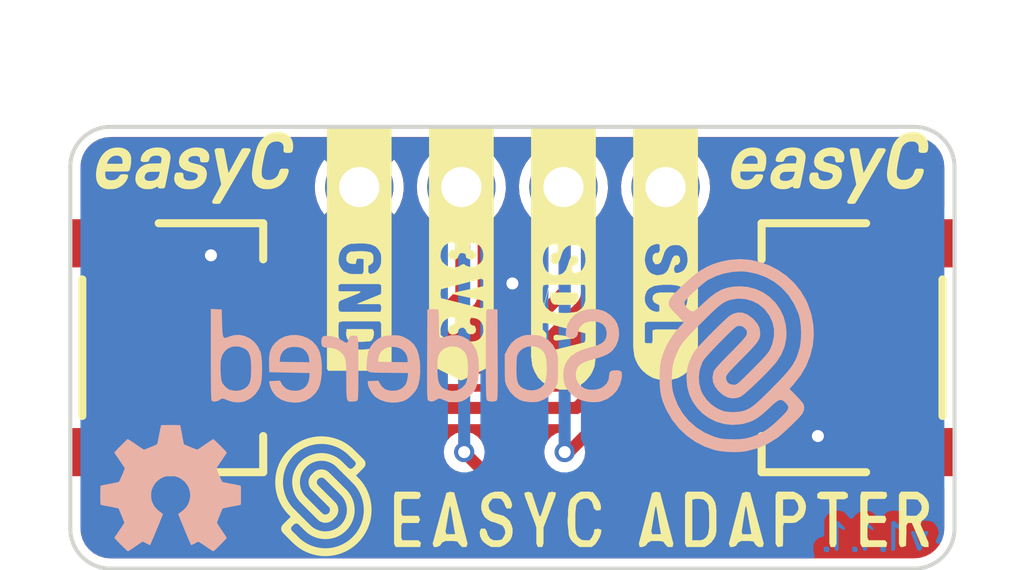
<source format=kicad_pcb>
(kicad_pcb (version 20210623) (generator pcbnew)
  (title_block (title "easyC adapter") (date "2021-07-12") (rev "V1.1.1.") (company "SOLDERED") (comment 1 "333015"))
  (layers (0 "F.Cu" signal) (31 "B.Cu" signal) (34 "B.Paste" user) (35 "F.Paste" user) (36 "B.SilkS" user "B.Silkscreen") (37 "F.SilkS" user "F.Silkscreen") (38 "B.Mask" user) (39 "F.Mask" user) (44 "Edge.Cuts" user))
  (net 0 "")
  (net 1 "GND")
  (net 2 "3V3")
  (net 3 "SDA")
  (net 4 "SCL")
  (footprint "buzzardLabel" (layer "F.Cu") (at 147.19 118.6 -90)
    (fp_text reference "" (at 0 0 90) (layer "F.SilkS") (effects (font (size 1.27 1.27))))
    (fp_text value "" (at 0 0 90) (layer "F.SilkS") (effects (font (size 1.27 1.27))))
  )
  (footprint "e-radionica.com footprinti:easyC-connector" (layer "F.Cu") (at 158.9 124.5 -90)
    (fp_text reference "K2")
    (fp_text value "easyC-SMD")
    (pad "1" smd rect locked (at -1.5 2.15 270) (size 0.6 1.55) (layers "F.Cu" "F.Paste" "F.Mask") (net 4 "SCL"))
    (pad "2" smd rect locked (at -0.5 2.15 270) (size 0.6 1.55) (layers "F.Cu" "F.Paste" "F.Mask") (net 3 "SDA"))
    (pad "3" smd rect locked (at 0.5 2.15 270) (size 0.6 1.55) (layers "F.Cu" "F.Paste" "F.Mask") (net 2 "3V3"))
    (pad "4" smd rect locked (at 1.5 2.15 270) (size 0.6 1.55) (layers "F.Cu" "F.Paste" "F.Mask") (net 1 "GND"))
    (pad "5" smd rect locked (at -2.6 -2.15 270) (size 1.2 1.8) (layers "F.Cu" "F.Paste" "F.Mask") (net 1 "GND"))
    (pad "5" smd rect locked (at 2.6 -2.15 270) (size 1.2 1.8) (layers "F.Cu" "F.Paste" "F.Mask") (net 1 "GND"))
  )
  (footprint "Soldered Graphics:Logo-Back-SolderedFULL-15mm" (layer "F.Cu") (at 151 124.7)
    (fp_text reference "REF**" hide)
    (fp_text value "Logo-Front-SolderedFULL-15mm" hide)
  )
  (footprint "buzzardLabel" (layer "F.Cu") (at 152.27 118.6 -90)
    (fp_text reference "" (at 0 0 90) (layer "F.SilkS") (effects (font (size 1.27 1.27))))
    (fp_text value "" (at 0 0 90) (layer "F.SilkS") (effects (font (size 1.27 1.27))))
  )
  (footprint "Soldered Graphics:Logo-Front-easyC-5mm" (layer "F.Cu") (at 143.1 120)
    (fp_text reference "G***" hide)
    (fp_text value "LOGO" hide)
  )
  (footprint "Soldered Graphics:Logo-Front-Soldered-3mm" (layer "F.Cu") (at 146.3 128.2)
    (fp_text reference "G***" hide)
    (fp_text value "LOGO" hide)
  )
  (footprint "e-radionica.com footprinti:easyC-connector" (layer "F.Cu") (at 143.1 124.5 90)
    (fp_text reference "K1")
    (fp_text value "easyC-SMD")
    (pad "1" smd rect locked (at -1.5 2.15 90) (size 0.6 1.55) (layers "F.Cu" "F.Paste" "F.Mask") (net 4 "SCL"))
    (pad "2" smd rect locked (at -0.5 2.15 90) (size 0.6 1.55) (layers "F.Cu" "F.Paste" "F.Mask") (net 3 "SDA"))
    (pad "3" smd rect locked (at 0.5 2.15 90) (size 0.6 1.55) (layers "F.Cu" "F.Paste" "F.Mask") (net 2 "3V3"))
    (pad "4" smd rect locked (at 1.5 2.15 90) (size 0.6 1.55) (layers "F.Cu" "F.Paste" "F.Mask") (net 1 "GND"))
    (pad "5" smd rect locked (at 2.6 -2.15 90) (size 1.2 1.8) (layers "F.Cu" "F.Paste" "F.Mask") (net 1 "GND"))
    (pad "5" smd rect locked (at -2.6 -2.15 90) (size 1.2 1.8) (layers "F.Cu" "F.Paste" "F.Mask") (net 1 "GND"))
  )
  (footprint "e-radionica.com footprinti:FIDUCIAL_23" (layer "F.Cu") (at 160.1 124.5)
    (fp_text reference "FD1")
    (fp_text value "FIDUCIAL")
    (fp_circle (center 0 0) (end 1 0) (layer "F.Cu") (width 0.2) (fill none))
    (pad "1" smd circle (at 0 0) (size 1 1) (layers "F.Cu" "F.Paste" "F.Mask") (clearance 1.1))
  )
  (footprint "buzzardLabel" (layer "F.Cu") (at 149.73 118.6 -90)
    (fp_text reference "" (at 0 0 90) (layer "F.SilkS") (effects (font (size 1.27 1.27))))
    (fp_text value "" (at 0 0 90) (layer "F.SilkS") (effects (font (size 1.27 1.27))))
  )
  (footprint "buzzardLabel" (layer "F.Cu") (at 154.81 118.6 -90)
    (fp_text reference "" (at 0 0 90) (layer "F.SilkS") (effects (font (size 1.27 1.27))))
    (fp_text value "" (at 0 0 90) (layer "F.SilkS") (effects (font (size 1.27 1.27))))
  )
  (footprint "buzzardLabel" (layer "F.Cu") (at 154.7 128.8)
    (fp_text reference "" (at 0 0) (layer "F.SilkS") (effects (font (size 1.27 1.27))))
    (fp_text value "" (at 0 0) (layer "F.SilkS") (effects (font (size 1.27 1.27))))
  )
  (footprint "Soldered Graphics:Logo-Front-easyC-5mm" (layer "F.Cu") (at 158.9 120)
    (fp_text reference "G***" hide)
    (fp_text value "LOGO" hide)
  )
  (footprint "Soldered Graphics:Logo-Back-OSH-3.5mm" (layer "F.Cu") (at 142.5 128)
    (fp_text reference "G***" hide)
    (fp_text value "LOGO" hide)
  )
  (footprint "Soldered Graphics:Version1.1.1." (layer "B.Cu") (at 160 129.2 180)
    (fp_text reference "REF**" hide)
    (fp_text value "Version1.1.1." hide)
    (fp_poly (pts (xy 0.21 -0.35) (xy 0.26 -0.35) (xy 0.28 -0.31) (xy 0.28 0.35) (xy 0.24 0.38) (xy 0.19 0.38) (xy 0.15 0.34) (xy 0.04 0.22) (xy 0.02 0.17) (xy 0.05 0.16) (xy 0.14 0.22) (xy 0.18 0.23) (xy 0.18 -0.31) (xy 0.21 -0.35)) (layer "B.Cu") (width 0.01) (fill solid))
    (fp_poly (pts (xy 1.14 -0.38) (xy 1.19 -0.38) (xy 1.24 -0.37) (xy 1.25 -0.33) (xy 1.25 -0.27) (xy 1.2 -0.26) (xy 1.15 -0.26) (xy 1.12 -0.29) (xy 1.12 -0.34) (xy 1.14 -0.38)) (layer "B.Cu") (width 0.01) (fill solid))
    (fp_poly (pts (xy 0.91 -0.35) (xy 0.96 -0.35) (xy 0.98 -0.31) (xy 0.98 0.35) (xy 0.95 0.38) (xy 0.89 0.38) (xy 0.86 0.34) (xy 0.74 0.22) (xy 0.73 0.17) (xy 0.76 0.16) (xy 0.85 0.22) (xy 0.89 0.23) (xy 0.89 -0.31) (xy 0.91 -0.35)) (layer "B.Cu") (width 0.01) (fill solid))
    (fp_poly (pts (xy 0.43 -0.38) (xy 0.48 -0.38) (xy 0.54 -0.37) (xy 0.54 -0.33) (xy 0.54 -0.27) (xy 0.5 -0.26) (xy 0.45 -0.26) (xy 0.42 -0.29) (xy 0.42 -0.34) (xy 0.43 -0.38)) (layer "B.Cu") (width 0.01) (fill solid))
    (fp_poly (pts (xy -1.15 -0.35) (xy -1.1 -0.35) (xy -1.07 -0.31) (xy -0.92 0.1) (xy -0.94 0.13) (xy -0.99 0.13) (xy -1.02 0.1) (xy -1.11 -0.16) (xy -1.13 -0.21) (xy -1.15 -0.17) (xy -1.24 0.09) (xy -1.26 0.13) (xy -1.32 0.13) (xy -1.34 0.1) (xy -1.18 -0.31) (xy -1.15 -0.35)) (layer "B.Cu") (width 0.01) (fill solid))
    (fp_poly (pts (xy -0.27 -0.38) (xy -0.22 -0.38) (xy -0.17 -0.37) (xy -0.16 -0.33) (xy -0.16 -0.27) (xy -0.21 -0.26) (xy -0.26 -0.26) (xy -0.29 -0.29) (xy -0.29 -0.34) (xy -0.27 -0.38)) (layer "B.Cu") (width 0.01) (fill solid))
    (fp_poly (pts (xy -0.5 -0.35) (xy -0.44 -0.35) (xy -0.43 -0.31) (xy -0.43 0.35) (xy -0.46 0.38) (xy -0.52 0.38) (xy -0.55 0.34) (xy -0.67 0.22) (xy -0.68 0.17) (xy -0.65 0.16) (xy -0.56 0.22) (xy -0.52 0.23) (xy -0.52 -0.31) (xy -0.5 -0.35)) (layer "B.Cu") (width 0.01) (fill solid))
  )
  (footprint "e-radionica.com footprinti:HEADER_MALE_4X1" (layer "B.Cu") (at 151 120.5)
    (fp_text reference "K3")
    (fp_text value "HEADER_MALE_4X1")
    (pad "1" thru_hole circle locked (at -3.81 0) (size 1.7 1.7) (drill 1) (layers *.Cu *.Mask) (net 1 "GND"))
    (pad "2" thru_hole circle locked (at -1.27 0) (size 1.7 1.7) (drill 1) (layers *.Cu *.Mask) (net 2 "3V3"))
    (pad "3" thru_hole circle locked (at 1.27 0) (size 1.7 1.7) (drill 1) (layers *.Cu *.Mask) (net 3 "SDA"))
    (pad "4" thru_hole circle locked (at 3.81 0) (size 1.7 1.7) (drill 1) (layers *.Cu *.Mask) (net 4 "SCL"))
  )
  (gr_line (start 140 120) (end 140 129) (layer "Edge.Cuts") (width 0.1))
  (gr_arc (start 141 120) (end 141 119) (angle -90) (layer "Edge.Cuts") (width 0.1))
  (gr_arc (start 141 129) (end 141 130) (angle 90) (layer "Edge.Cuts") (width 0.1))
  (gr_line (start 161 119) (end 141 119) (layer "Edge.Cuts") (width 0.1))
  (gr_arc (start 161 120) (end 161 119) (angle 90) (layer "Edge.Cuts") (width 0.1))
  (gr_line (start 162 129) (end 162 120) (layer "Edge.Cuts") (width 0.1))
  (gr_arc (start 161 129) (end 161 130) (angle -90) (layer "Edge.Cuts") (width 0.1))
  (gr_line (start 141 130) (end 161 130) (layer "Edge.Cuts") (width 0.1))
  (via (at 151 122.9) (size 0.5) (drill 0.3) (layers "F.Cu" "B.Cu") (net 1))
  (via (at 143.5 122.2) (size 0.5) (drill 0.3) (layers "F.Cu" "B.Cu") (net 1))
  (via (at 158.6 126.7) (size 0.5) (drill 0.3) (layers "F.Cu" "B.Cu") (net 1))
  (segment (start 150.6 127.9) (end 152.8 127.9) (width 0.3) (layer "F.Cu") (net 2))
  (segment (start 148.9 124) (end 149.73 123.17) (width 0.3) (layer "F.Cu") (net 2))
  (segment (start 155.7 125) (end 156.75 125) (width 0.3) (layer "F.Cu") (net 2))
  (segment (start 149.8 127.1) (end 150.6 127.9) (width 0.3) (layer "F.Cu") (net 2))
  (segment (start 149.73 123.17) (end 149.73 120.5) (width 0.3) (layer "F.Cu") (net 2))
  (segment (start 152.8 127.9) (end 155.7 125) (width 0.3) (layer "F.Cu") (net 2))
  (segment (start 145.25 124) (end 148.9 124) (width 0.3) (layer "F.Cu") (net 2))
  (via (at 149.8 127.1) (size 0.5) (drill 0.3) (layers "F.Cu" "B.Cu") (net 2))
  (segment (start 149.8 120.57) (end 149.73 120.5) (width 0.3) (layer "B.Cu") (net 2))
  (segment (start 149.8 127.1) (end 149.8 120.57) (width 0.3) (layer "B.Cu") (net 2))
  (segment (start 152.4 127.1) (end 155.5 124) (width 0.3) (layer "F.Cu") (net 3))
  (segment (start 152.3 120.53) (end 152.27 120.5) (width 0.3) (layer "F.Cu") (net 3))
  (segment (start 145.25 125) (end 150.4 125) (width 0.3) (layer "F.Cu") (net 3))
  (segment (start 155.5 124) (end 156.75 124) (width 0.3) (layer "F.Cu") (net 3))
  (segment (start 150.4 125) (end 152.3 123.1) (width 0.3) (layer "F.Cu") (net 3))
  (segment (start 152.3 123.1) (end 152.3 120.53) (width 0.3) (layer "F.Cu") (net 3))
  (segment (start 152.3 127.1) (end 152.4 127.1) (width 0.3) (layer "F.Cu") (net 3))
  (via (at 152.3 127.1) (size 0.5) (drill 0.3) (layers "F.Cu" "B.Cu") (net 3))
  (segment (start 152.3 127.1) (end 152.3 120.53) (width 0.3) (layer "B.Cu") (net 3))
  (segment (start 152.3 120.53) (end 152.27 120.5) (width 0.3) (layer "B.Cu") (net 3))
  (segment (start 152.6 126) (end 154.81 123.79) (width 0.3) (layer "F.Cu") (net 4))
  (segment (start 155.8 123) (end 154.81 122.01) (width 0.3) (layer "F.Cu") (net 4))
  (segment (start 145.25 126) (end 152.6 126) (width 0.3) (layer "F.Cu") (net 4))
  (segment (start 154.81 122.01) (end 154.81 120.5) (width 0.3) (layer "F.Cu") (net 4))
  (segment (start 156.75 123) (end 155.8 123) (width 0.3) (layer "F.Cu") (net 4))
  (segment (start 154.81 123.79) (end 154.81 122.01) (width 0.3) (layer "F.Cu") (net 4))
  (zone (net 1) (net_name "GND") (layers F&B.Cu) (connect_pads (clearance 0.254)) (min_thickness 0.127) (fill yes (thermal_gap 0.254) (thermal_bridge_width 0.254))
    (polygon (pts (xy 162 130) (xy 140 130) (xy 140 119) (xy 162 119)))
  )
)
</source>
